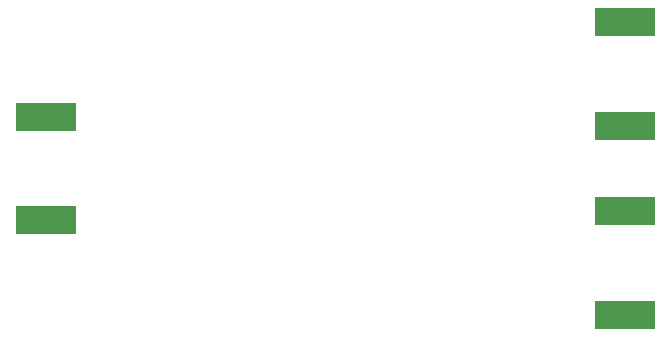
<source format=gbp>
G04*
G04 #@! TF.GenerationSoftware,Altium Limited,Altium Designer,18.1.9 (240)*
G04*
G04 Layer_Color=128*
%FSLAX25Y25*%
%MOIN*%
G70*
G01*
G75*
%ADD20R,0.20000X0.09508*%
D20*
X307087Y304658D02*
D03*
Y270146D02*
D03*
X500000Y273161D02*
D03*
Y238650D02*
D03*
Y301642D02*
D03*
Y336154D02*
D03*
M02*

</source>
